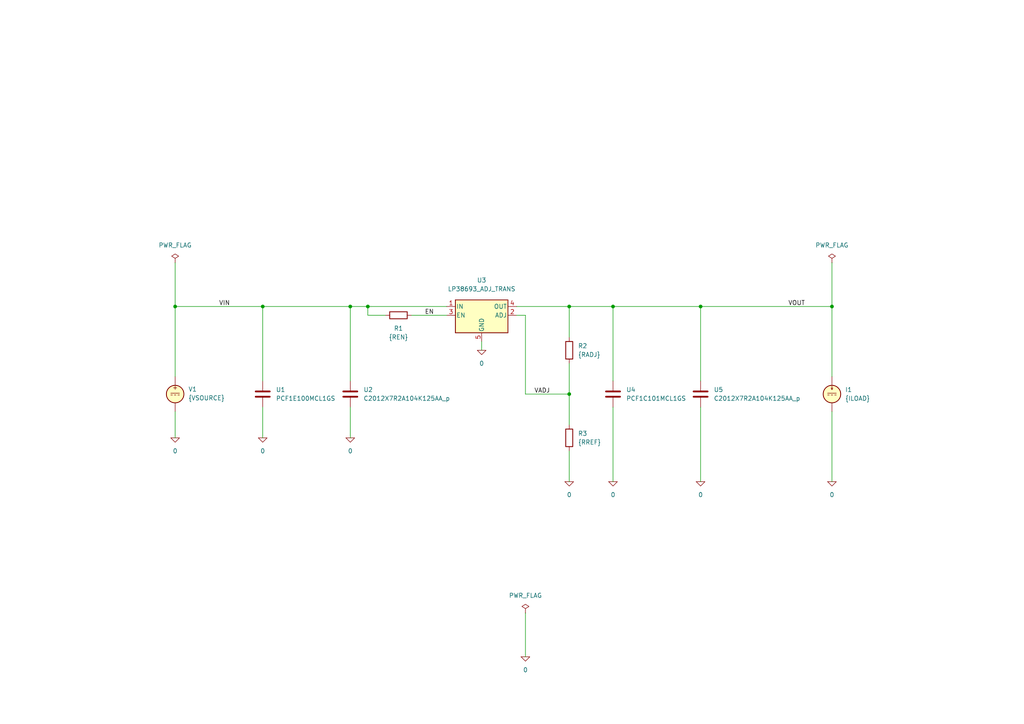
<source format=kicad_sch>
(kicad_sch
	(version 20231120)
	(generator "eeschema")
	(generator_version "8.0")
	(uuid "da42b492-4690-466f-bfe3-a6088d892c6d")
	(paper "A4")
	(title_block
		(title "500mA, 10V, adjustable LDO voltage regulator with enable")
		(date "2024-09-11")
		(rev "2")
		(company "astroelectronic@")
		(comment 1 "-")
		(comment 2 "-")
		(comment 3 "-")
		(comment 4 "AE01005693")
	)
	(lib_symbols
		(symbol "LP38693:0"
			(power)
			(pin_names
				(offset 0)
			)
			(exclude_from_sim no)
			(in_bom yes)
			(on_board yes)
			(property "Reference" "#GND"
				(at 0 -2.54 0)
				(effects
					(font
						(size 1.27 1.27)
					)
					(hide yes)
				)
			)
			(property "Value" "0"
				(at 0 -1.778 0)
				(effects
					(font
						(size 1.27 1.27)
					)
				)
			)
			(property "Footprint" ""
				(at 0 0 0)
				(effects
					(font
						(size 1.27 1.27)
					)
					(hide yes)
				)
			)
			(property "Datasheet" "~"
				(at 0 0 0)
				(effects
					(font
						(size 1.27 1.27)
					)
					(hide yes)
				)
			)
			(property "Description" "0V reference potential for simulation"
				(at 0 0 0)
				(effects
					(font
						(size 1.27 1.27)
					)
					(hide yes)
				)
			)
			(property "ki_keywords" "simulation"
				(at 0 0 0)
				(effects
					(font
						(size 1.27 1.27)
					)
					(hide yes)
				)
			)
			(symbol "0_0_1"
				(polyline
					(pts
						(xy -1.27 0) (xy 0 -1.27) (xy 1.27 0) (xy -1.27 0)
					)
					(stroke
						(width 0)
						(type default)
					)
					(fill
						(type none)
					)
				)
			)
			(symbol "0_1_1"
				(pin power_in line
					(at 0 0 0)
					(length 0) hide
					(name "0"
						(effects
							(font
								(size 1.016 1.016)
							)
						)
					)
					(number "1"
						(effects
							(font
								(size 1.016 1.016)
							)
						)
					)
				)
			)
		)
		(symbol "LP38693:C"
			(pin_numbers hide)
			(pin_names
				(offset 0.254)
			)
			(exclude_from_sim no)
			(in_bom yes)
			(on_board yes)
			(property "Reference" "C"
				(at 0.635 2.54 0)
				(effects
					(font
						(size 1.27 1.27)
					)
					(justify left)
				)
			)
			(property "Value" "C"
				(at 0.635 -2.54 0)
				(effects
					(font
						(size 1.27 1.27)
					)
					(justify left)
				)
			)
			(property "Footprint" ""
				(at 0.9652 -3.81 0)
				(effects
					(font
						(size 1.27 1.27)
					)
					(hide yes)
				)
			)
			(property "Datasheet" "~"
				(at 0 0 0)
				(effects
					(font
						(size 1.27 1.27)
					)
					(hide yes)
				)
			)
			(property "Description" "Unpolarized capacitor"
				(at 0 0 0)
				(effects
					(font
						(size 1.27 1.27)
					)
					(hide yes)
				)
			)
			(property "ki_keywords" "cap capacitor"
				(at 0 0 0)
				(effects
					(font
						(size 1.27 1.27)
					)
					(hide yes)
				)
			)
			(property "ki_fp_filters" "C_*"
				(at 0 0 0)
				(effects
					(font
						(size 1.27 1.27)
					)
					(hide yes)
				)
			)
			(symbol "C_0_1"
				(polyline
					(pts
						(xy -2.032 -0.762) (xy 2.032 -0.762)
					)
					(stroke
						(width 0.508)
						(type default)
					)
					(fill
						(type none)
					)
				)
				(polyline
					(pts
						(xy -2.032 0.762) (xy 2.032 0.762)
					)
					(stroke
						(width 0.508)
						(type default)
					)
					(fill
						(type none)
					)
				)
			)
			(symbol "C_1_1"
				(pin passive line
					(at 0 3.81 270)
					(length 2.794)
					(name "~"
						(effects
							(font
								(size 1.27 1.27)
							)
						)
					)
					(number "1"
						(effects
							(font
								(size 1.27 1.27)
							)
						)
					)
				)
				(pin passive line
					(at 0 -3.81 90)
					(length 2.794)
					(name "~"
						(effects
							(font
								(size 1.27 1.27)
							)
						)
					)
					(number "2"
						(effects
							(font
								(size 1.27 1.27)
							)
						)
					)
				)
			)
		)
		(symbol "LP38693:IDC"
			(pin_numbers hide)
			(pin_names
				(offset 0.0254)
			)
			(exclude_from_sim no)
			(in_bom yes)
			(on_board yes)
			(property "Reference" "I"
				(at 2.54 2.54 0)
				(effects
					(font
						(size 1.27 1.27)
					)
					(justify left)
				)
			)
			(property "Value" "1"
				(at 2.54 0 0)
				(effects
					(font
						(size 1.27 1.27)
					)
					(justify left)
				)
			)
			(property "Footprint" ""
				(at 0 0 0)
				(effects
					(font
						(size 1.27 1.27)
					)
					(hide yes)
				)
			)
			(property "Datasheet" "~"
				(at 0 0 0)
				(effects
					(font
						(size 1.27 1.27)
					)
					(hide yes)
				)
			)
			(property "Description" "Current source, DC"
				(at 0 0 0)
				(effects
					(font
						(size 1.27 1.27)
					)
					(hide yes)
				)
			)
			(property "Sim.Pins" "1=+ 2=-"
				(at 0 0 0)
				(effects
					(font
						(size 1.27 1.27)
					)
					(hide yes)
				)
			)
			(property "Sim.Type" "DC"
				(at 0 0 0)
				(effects
					(font
						(size 1.27 1.27)
					)
					(hide yes)
				)
			)
			(property "Sim.Device" "I"
				(at 0 0 0)
				(effects
					(font
						(size 1.27 1.27)
					)
					(justify left)
					(hide yes)
				)
			)
			(property "Spice_Netlist_Enabled" "Y"
				(at 0 0 0)
				(effects
					(font
						(size 1.27 1.27)
					)
					(justify left)
					(hide yes)
				)
			)
			(property "ki_keywords" "simulation"
				(at 0 0 0)
				(effects
					(font
						(size 1.27 1.27)
					)
					(hide yes)
				)
			)
			(symbol "IDC_0_0"
				(polyline
					(pts
						(xy -1.27 0.254) (xy 1.27 0.254)
					)
					(stroke
						(width 0)
						(type default)
					)
					(fill
						(type none)
					)
				)
				(polyline
					(pts
						(xy -0.762 -0.254) (xy -1.27 -0.254)
					)
					(stroke
						(width 0)
						(type default)
					)
					(fill
						(type none)
					)
				)
				(polyline
					(pts
						(xy 0.254 -0.254) (xy -0.254 -0.254)
					)
					(stroke
						(width 0)
						(type default)
					)
					(fill
						(type none)
					)
				)
				(polyline
					(pts
						(xy 1.27 -0.254) (xy 0.762 -0.254)
					)
					(stroke
						(width 0)
						(type default)
					)
					(fill
						(type none)
					)
				)
			)
			(symbol "IDC_0_1"
				(polyline
					(pts
						(xy 0 1.27) (xy 0 2.286)
					)
					(stroke
						(width 0)
						(type default)
					)
					(fill
						(type none)
					)
				)
				(polyline
					(pts
						(xy -0.254 1.778) (xy 0 1.27) (xy 0.254 1.778)
					)
					(stroke
						(width 0)
						(type default)
					)
					(fill
						(type none)
					)
				)
				(circle
					(center 0 0)
					(radius 2.54)
					(stroke
						(width 0.254)
						(type default)
					)
					(fill
						(type background)
					)
				)
			)
			(symbol "IDC_1_1"
				(pin passive line
					(at 0 5.08 270)
					(length 2.54)
					(name "~"
						(effects
							(font
								(size 1.27 1.27)
							)
						)
					)
					(number "1"
						(effects
							(font
								(size 1.27 1.27)
							)
						)
					)
				)
				(pin passive line
					(at 0 -5.08 90)
					(length 2.54)
					(name "~"
						(effects
							(font
								(size 1.27 1.27)
							)
						)
					)
					(number "2"
						(effects
							(font
								(size 1.27 1.27)
							)
						)
					)
				)
			)
		)
		(symbol "LP38693:LP38693"
			(pin_names
				(offset 0.254)
			)
			(exclude_from_sim no)
			(in_bom yes)
			(on_board yes)
			(property "Reference" "U"
				(at -6.35 5.715 0)
				(effects
					(font
						(size 1.27 1.27)
					)
				)
			)
			(property "Value" "LP38693"
				(at 0 5.715 0)
				(effects
					(font
						(size 1.27 1.27)
					)
					(justify left)
				)
			)
			(property "Footprint" ""
				(at 0 0 0)
				(effects
					(font
						(size 1.27 1.27)
					)
					(hide yes)
				)
			)
			(property "Datasheet" "https://www.ti.com/lit/ds/symlink/lp38693.pdf"
				(at 0 0 0)
				(effects
					(font
						(size 1.27 1.27)
					)
					(hide yes)
				)
			)
			(property "Description" "500-mA Low-Dropout CMOS Linear Regulators Stable With Ceramic Output Capacitors, 1.8V output voltage, Enable Pin, WSON-6. Simulation model."
				(at 0 0 0)
				(effects
					(font
						(size 1.27 1.27)
					)
					(hide yes)
				)
			)
			(property "ki_keywords" "LDO Linear Regulator"
				(at 0 0 0)
				(effects
					(font
						(size 1.27 1.27)
					)
					(hide yes)
				)
			)
			(property "ki_fp_filters" "WSON*1EP*3x3mm*P0.95mm*"
				(at 0 0 0)
				(effects
					(font
						(size 1.27 1.27)
					)
					(hide yes)
				)
			)
			(symbol "LP38693_0_1"
				(rectangle
					(start -7.62 -5.08)
					(end 7.62 4.445)
					(stroke
						(width 0.254)
						(type default)
					)
					(fill
						(type background)
					)
				)
			)
			(symbol "LP38693_1_1"
				(pin passive line
					(at -10.16 2.54 0)
					(length 2.54)
					(name "IN"
						(effects
							(font
								(size 1.27 1.27)
							)
						)
					)
					(number "1"
						(effects
							(font
								(size 1.27 1.27)
							)
						)
					)
				)
				(pin passive line
					(at 10.16 0 180)
					(length 2.54)
					(name "ADJ"
						(effects
							(font
								(size 1.27 1.27)
							)
						)
					)
					(number "2"
						(effects
							(font
								(size 1.27 1.27)
							)
						)
					)
				)
				(pin passive line
					(at -10.16 0 0)
					(length 2.54)
					(name "EN"
						(effects
							(font
								(size 1.27 1.27)
							)
						)
					)
					(number "3"
						(effects
							(font
								(size 1.27 1.27)
							)
						)
					)
				)
				(pin passive line
					(at 10.16 2.54 180)
					(length 2.54)
					(name "OUT"
						(effects
							(font
								(size 1.27 1.27)
							)
						)
					)
					(number "4"
						(effects
							(font
								(size 1.27 1.27)
							)
						)
					)
				)
				(pin passive line
					(at 0 -7.62 90)
					(length 2.54)
					(name "GND"
						(effects
							(font
								(size 1.27 1.27)
							)
						)
					)
					(number "5"
						(effects
							(font
								(size 1.27 1.27)
							)
						)
					)
				)
			)
		)
		(symbol "LP38693:PWR_FLAG"
			(power)
			(pin_numbers hide)
			(pin_names
				(offset 0) hide)
			(exclude_from_sim no)
			(in_bom yes)
			(on_board yes)
			(property "Reference" "#FLG"
				(at 0 1.905 0)
				(effects
					(font
						(size 1.27 1.27)
					)
					(hide yes)
				)
			)
			(property "Value" "PWR_FLAG"
				(at 0 3.81 0)
				(effects
					(font
						(size 1.27 1.27)
					)
				)
			)
			(property "Footprint" ""
				(at 0 0 0)
				(effects
					(font
						(size 1.27 1.27)
					)
					(hide yes)
				)
			)
			(property "Datasheet" "~"
				(at 0 0 0)
				(effects
					(font
						(size 1.27 1.27)
					)
					(hide yes)
				)
			)
			(property "Description" "Special symbol for telling ERC where power comes from"
				(at 0 0 0)
				(effects
					(font
						(size 1.27 1.27)
					)
					(hide yes)
				)
			)
			(property "ki_keywords" "flag power"
				(at 0 0 0)
				(effects
					(font
						(size 1.27 1.27)
					)
					(hide yes)
				)
			)
			(symbol "PWR_FLAG_0_0"
				(pin power_out line
					(at 0 0 90)
					(length 0)
					(name "pwr"
						(effects
							(font
								(size 1.27 1.27)
							)
						)
					)
					(number "1"
						(effects
							(font
								(size 1.27 1.27)
							)
						)
					)
				)
			)
			(symbol "PWR_FLAG_0_1"
				(polyline
					(pts
						(xy 0 0) (xy 0 1.27) (xy -1.016 1.905) (xy 0 2.54) (xy 1.016 1.905) (xy 0 1.27)
					)
					(stroke
						(width 0)
						(type default)
					)
					(fill
						(type none)
					)
				)
			)
		)
		(symbol "LP38693:R"
			(pin_numbers hide)
			(pin_names
				(offset 0)
			)
			(exclude_from_sim no)
			(in_bom yes)
			(on_board yes)
			(property "Reference" "R"
				(at 2.032 0 90)
				(effects
					(font
						(size 1.27 1.27)
					)
				)
			)
			(property "Value" "R"
				(at 0 0 90)
				(effects
					(font
						(size 1.27 1.27)
					)
				)
			)
			(property "Footprint" ""
				(at -1.778 0 90)
				(effects
					(font
						(size 1.27 1.27)
					)
					(hide yes)
				)
			)
			(property "Datasheet" "~"
				(at 0 0 0)
				(effects
					(font
						(size 1.27 1.27)
					)
					(hide yes)
				)
			)
			(property "Description" "Resistor"
				(at 0 0 0)
				(effects
					(font
						(size 1.27 1.27)
					)
					(hide yes)
				)
			)
			(property "ki_keywords" "R res resistor"
				(at 0 0 0)
				(effects
					(font
						(size 1.27 1.27)
					)
					(hide yes)
				)
			)
			(property "ki_fp_filters" "R_*"
				(at 0 0 0)
				(effects
					(font
						(size 1.27 1.27)
					)
					(hide yes)
				)
			)
			(symbol "R_0_1"
				(rectangle
					(start -1.016 -2.54)
					(end 1.016 2.54)
					(stroke
						(width 0.254)
						(type default)
					)
					(fill
						(type none)
					)
				)
			)
			(symbol "R_1_1"
				(pin passive line
					(at 0 3.81 270)
					(length 1.27)
					(name "~"
						(effects
							(font
								(size 1.27 1.27)
							)
						)
					)
					(number "1"
						(effects
							(font
								(size 1.27 1.27)
							)
						)
					)
				)
				(pin passive line
					(at 0 -3.81 90)
					(length 1.27)
					(name "~"
						(effects
							(font
								(size 1.27 1.27)
							)
						)
					)
					(number "2"
						(effects
							(font
								(size 1.27 1.27)
							)
						)
					)
				)
			)
		)
		(symbol "LP38693:VDC"
			(pin_numbers hide)
			(pin_names
				(offset 0.0254)
			)
			(exclude_from_sim no)
			(in_bom yes)
			(on_board yes)
			(property "Reference" "V"
				(at 2.54 2.54 0)
				(effects
					(font
						(size 1.27 1.27)
					)
					(justify left)
				)
			)
			(property "Value" "1"
				(at 2.54 0 0)
				(effects
					(font
						(size 1.27 1.27)
					)
					(justify left)
				)
			)
			(property "Footprint" ""
				(at 0 0 0)
				(effects
					(font
						(size 1.27 1.27)
					)
					(hide yes)
				)
			)
			(property "Datasheet" "~"
				(at 0 0 0)
				(effects
					(font
						(size 1.27 1.27)
					)
					(hide yes)
				)
			)
			(property "Description" "Voltage source, DC"
				(at 0 0 0)
				(effects
					(font
						(size 1.27 1.27)
					)
					(hide yes)
				)
			)
			(property "Sim.Pins" "1=+ 2=-"
				(at 0 0 0)
				(effects
					(font
						(size 1.27 1.27)
					)
					(hide yes)
				)
			)
			(property "Sim.Type" "DC"
				(at 0 0 0)
				(effects
					(font
						(size 1.27 1.27)
					)
					(hide yes)
				)
			)
			(property "Sim.Device" "V"
				(at 0 0 0)
				(effects
					(font
						(size 1.27 1.27)
					)
					(justify left)
					(hide yes)
				)
			)
			(property "Spice_Netlist_Enabled" "Y"
				(at 0 0 0)
				(effects
					(font
						(size 1.27 1.27)
					)
					(justify left)
					(hide yes)
				)
			)
			(property "ki_keywords" "simulation"
				(at 0 0 0)
				(effects
					(font
						(size 1.27 1.27)
					)
					(hide yes)
				)
			)
			(symbol "VDC_0_0"
				(polyline
					(pts
						(xy -1.27 0.254) (xy 1.27 0.254)
					)
					(stroke
						(width 0)
						(type default)
					)
					(fill
						(type none)
					)
				)
				(polyline
					(pts
						(xy -0.762 -0.254) (xy -1.27 -0.254)
					)
					(stroke
						(width 0)
						(type default)
					)
					(fill
						(type none)
					)
				)
				(polyline
					(pts
						(xy 0.254 -0.254) (xy -0.254 -0.254)
					)
					(stroke
						(width 0)
						(type default)
					)
					(fill
						(type none)
					)
				)
				(polyline
					(pts
						(xy 1.27 -0.254) (xy 0.762 -0.254)
					)
					(stroke
						(width 0)
						(type default)
					)
					(fill
						(type none)
					)
				)
				(text "+"
					(at 0 1.905 0)
					(effects
						(font
							(size 1.27 1.27)
						)
					)
				)
			)
			(symbol "VDC_0_1"
				(circle
					(center 0 0)
					(radius 2.54)
					(stroke
						(width 0.254)
						(type default)
					)
					(fill
						(type background)
					)
				)
			)
			(symbol "VDC_1_1"
				(pin passive line
					(at 0 5.08 270)
					(length 2.54)
					(name "~"
						(effects
							(font
								(size 1.27 1.27)
							)
						)
					)
					(number "1"
						(effects
							(font
								(size 1.27 1.27)
							)
						)
					)
				)
				(pin passive line
					(at 0 -5.08 90)
					(length 2.54)
					(name "~"
						(effects
							(font
								(size 1.27 1.27)
							)
						)
					)
					(number "2"
						(effects
							(font
								(size 1.27 1.27)
							)
						)
					)
				)
			)
		)
	)
	(junction
		(at 203.2 88.9)
		(diameter 0)
		(color 0 0 0 0)
		(uuid "0b3b8c31-1841-471f-b8a3-b7a626731ffd")
	)
	(junction
		(at 50.8 88.9)
		(diameter 0)
		(color 0 0 0 0)
		(uuid "282a033e-09ac-45c6-914d-153e910919cf")
	)
	(junction
		(at 101.6 88.9)
		(diameter 0)
		(color 0 0 0 0)
		(uuid "406540f6-bdfc-4998-a8b5-08428b9a1e6a")
	)
	(junction
		(at 241.3 88.9)
		(diameter 0)
		(color 0 0 0 0)
		(uuid "78e4e5e3-7b6b-4e8e-ac20-8444ca54bd65")
	)
	(junction
		(at 177.8 88.9)
		(diameter 0)
		(color 0 0 0 0)
		(uuid "af707944-e9ef-4a90-954c-86a57a1f1cbc")
	)
	(junction
		(at 165.1 88.9)
		(diameter 0)
		(color 0 0 0 0)
		(uuid "b37dcc15-b6cd-40c7-9d67-044f39728090")
	)
	(junction
		(at 165.1 114.3)
		(diameter 0)
		(color 0 0 0 0)
		(uuid "e86bb2bf-92ed-406c-bbaf-81a17ed68e0c")
	)
	(junction
		(at 106.68 88.9)
		(diameter 0)
		(color 0 0 0 0)
		(uuid "f0999262-33c8-4d06-8e5f-fda75b69b30c")
	)
	(junction
		(at 76.2 88.9)
		(diameter 0)
		(color 0 0 0 0)
		(uuid "ffc51ed8-e1db-497b-85a2-73d63f14b7a6")
	)
	(wire
		(pts
			(xy 177.8 88.9) (xy 177.8 110.49)
		)
		(stroke
			(width 0)
			(type default)
		)
		(uuid "097fea58-7ee5-40f0-99f0-3f547147ae8f")
	)
	(wire
		(pts
			(xy 165.1 88.9) (xy 165.1 97.79)
		)
		(stroke
			(width 0)
			(type default)
		)
		(uuid "09823c3d-14d4-4384-bc6d-852769700aed")
	)
	(wire
		(pts
			(xy 241.3 76.2) (xy 241.3 88.9)
		)
		(stroke
			(width 0)
			(type default)
		)
		(uuid "16eaeea8-0f97-474a-8d0a-da43e59c611c")
	)
	(wire
		(pts
			(xy 165.1 114.3) (xy 165.1 123.19)
		)
		(stroke
			(width 0)
			(type default)
		)
		(uuid "175a0ba2-af99-42b3-9498-01ea36dc6929")
	)
	(wire
		(pts
			(xy 177.8 118.11) (xy 177.8 139.7)
		)
		(stroke
			(width 0)
			(type default)
		)
		(uuid "18a2f624-af16-4908-a2e7-46e75ffd9a7d")
	)
	(wire
		(pts
			(xy 165.1 105.41) (xy 165.1 114.3)
		)
		(stroke
			(width 0)
			(type default)
		)
		(uuid "21e16e41-8a9b-4a8c-8ad3-f889a95d6a74")
	)
	(wire
		(pts
			(xy 165.1 88.9) (xy 149.86 88.9)
		)
		(stroke
			(width 0)
			(type default)
		)
		(uuid "2bf3775f-ed46-427b-a14a-a0146e548123")
	)
	(wire
		(pts
			(xy 101.6 118.11) (xy 101.6 127)
		)
		(stroke
			(width 0)
			(type default)
		)
		(uuid "2e61c673-3e78-4397-8e3e-375837929981")
	)
	(wire
		(pts
			(xy 203.2 88.9) (xy 203.2 110.49)
		)
		(stroke
			(width 0)
			(type default)
		)
		(uuid "3cb3b895-fec2-40a4-9635-75238521fc3a")
	)
	(wire
		(pts
			(xy 203.2 118.11) (xy 203.2 139.7)
		)
		(stroke
			(width 0)
			(type default)
		)
		(uuid "41306149-33c3-46cd-b911-e15d78e2c74b")
	)
	(wire
		(pts
			(xy 139.7 99.06) (xy 139.7 101.6)
		)
		(stroke
			(width 0)
			(type default)
		)
		(uuid "4b3c1a5f-9f95-4604-b652-15de4eea2b01")
	)
	(wire
		(pts
			(xy 149.86 91.44) (xy 152.4 91.44)
		)
		(stroke
			(width 0)
			(type default)
		)
		(uuid "4fd357df-d1a6-489b-95ae-5de999fe37b2")
	)
	(wire
		(pts
			(xy 76.2 88.9) (xy 76.2 110.49)
		)
		(stroke
			(width 0)
			(type default)
		)
		(uuid "4feee938-47e3-42ef-9d36-23b5e54dba72")
	)
	(wire
		(pts
			(xy 165.1 130.81) (xy 165.1 139.7)
		)
		(stroke
			(width 0)
			(type default)
		)
		(uuid "59cc0500-d79a-4dba-a735-594cbec01a60")
	)
	(wire
		(pts
			(xy 101.6 88.9) (xy 101.6 110.49)
		)
		(stroke
			(width 0)
			(type default)
		)
		(uuid "5f4135e5-a832-4e4c-8c00-bc5ab6ea6f38")
	)
	(wire
		(pts
			(xy 106.68 88.9) (xy 106.68 91.44)
		)
		(stroke
			(width 0)
			(type default)
		)
		(uuid "63f622f3-8fc8-4fa4-a5f7-d94eea52737f")
	)
	(wire
		(pts
			(xy 50.8 119.38) (xy 50.8 127)
		)
		(stroke
			(width 0)
			(type default)
		)
		(uuid "68aac2f5-bf54-4819-8af4-77d7eb037557")
	)
	(wire
		(pts
			(xy 241.3 119.38) (xy 241.3 139.7)
		)
		(stroke
			(width 0)
			(type default)
		)
		(uuid "68cf9117-c585-4b09-a746-68725330c92f")
	)
	(wire
		(pts
			(xy 101.6 88.9) (xy 106.68 88.9)
		)
		(stroke
			(width 0)
			(type default)
		)
		(uuid "7057cbcc-99fa-4361-aad3-64c2406b0593")
	)
	(wire
		(pts
			(xy 76.2 118.11) (xy 76.2 127)
		)
		(stroke
			(width 0)
			(type default)
		)
		(uuid "77774cab-9126-47f1-8594-74b4de29bce7")
	)
	(wire
		(pts
			(xy 106.68 91.44) (xy 111.76 91.44)
		)
		(stroke
			(width 0)
			(type default)
		)
		(uuid "7ed2ffb8-6893-49c8-b73d-8ade0ca7b171")
	)
	(wire
		(pts
			(xy 152.4 177.8) (xy 152.4 190.5)
		)
		(stroke
			(width 0)
			(type default)
		)
		(uuid "83359573-844c-4df1-ad07-ce6e82d1fd6c")
	)
	(wire
		(pts
			(xy 152.4 114.3) (xy 165.1 114.3)
		)
		(stroke
			(width 0)
			(type default)
		)
		(uuid "846d6e60-89bb-4a66-9bba-f7104be7ffda")
	)
	(wire
		(pts
			(xy 50.8 88.9) (xy 76.2 88.9)
		)
		(stroke
			(width 0)
			(type default)
		)
		(uuid "86cdaee7-0e60-490a-9792-6c1499a6767a")
	)
	(wire
		(pts
			(xy 203.2 88.9) (xy 241.3 88.9)
		)
		(stroke
			(width 0)
			(type default)
		)
		(uuid "87df25cd-661d-4288-8d65-886d8511ae3c")
	)
	(wire
		(pts
			(xy 165.1 88.9) (xy 177.8 88.9)
		)
		(stroke
			(width 0)
			(type default)
		)
		(uuid "9645d653-c98b-4c02-8c3e-ee0b7546b3f5")
	)
	(wire
		(pts
			(xy 129.54 88.9) (xy 106.68 88.9)
		)
		(stroke
			(width 0)
			(type default)
		)
		(uuid "98c3fb3b-278d-4f40-b3ec-6eb158ccf6c6")
	)
	(wire
		(pts
			(xy 50.8 76.2) (xy 50.8 88.9)
		)
		(stroke
			(width 0)
			(type default)
		)
		(uuid "db4be1c5-2563-46a5-ab6c-c852e3ff1876")
	)
	(wire
		(pts
			(xy 177.8 88.9) (xy 203.2 88.9)
		)
		(stroke
			(width 0)
			(type default)
		)
		(uuid "de93ed28-35be-4fff-9352-b2c43e502cac")
	)
	(wire
		(pts
			(xy 152.4 91.44) (xy 152.4 114.3)
		)
		(stroke
			(width 0)
			(type default)
		)
		(uuid "dea1c3b0-50a8-4413-bfc4-b5e4f2555da7")
	)
	(wire
		(pts
			(xy 50.8 88.9) (xy 50.8 109.22)
		)
		(stroke
			(width 0)
			(type default)
		)
		(uuid "df4481b8-7585-49d9-8a01-039e902231b6")
	)
	(wire
		(pts
			(xy 76.2 88.9) (xy 101.6 88.9)
		)
		(stroke
			(width 0)
			(type default)
		)
		(uuid "e4891401-33de-43ae-be75-df76126814d7")
	)
	(wire
		(pts
			(xy 241.3 88.9) (xy 241.3 109.22)
		)
		(stroke
			(width 0)
			(type default)
		)
		(uuid "e529e5dd-5ae0-4bac-ac1d-361ebd14dbf6")
	)
	(wire
		(pts
			(xy 119.38 91.44) (xy 129.54 91.44)
		)
		(stroke
			(width 0)
			(type default)
		)
		(uuid "f957a9d9-2d36-4ff9-9149-40ba67e2d815")
	)
	(label "VOUT"
		(at 228.6 88.9 0)
		(fields_autoplaced yes)
		(effects
			(font
				(size 1.27 1.27)
			)
			(justify left bottom)
		)
		(uuid "4e39b80d-2737-4cff-8af4-b4aca566b4db")
	)
	(label "EN"
		(at 123.19 91.44 0)
		(fields_autoplaced yes)
		(effects
			(font
				(size 1.27 1.27)
			)
			(justify left bottom)
		)
		(uuid "bd88bff4-2d2c-450c-b48a-df38f7350123")
	)
	(label "VIN"
		(at 63.5 88.9 0)
		(fields_autoplaced yes)
		(effects
			(font
				(size 1.27 1.27)
			)
			(justify left bottom)
		)
		(uuid "e8094e7a-003b-4119-98c2-42d949a725bc")
	)
	(label "VADJ"
		(at 154.94 114.3 0)
		(fields_autoplaced yes)
		(effects
			(font
				(size 1.27 1.27)
			)
			(justify left bottom)
		)
		(uuid "fd8ed2d7-f9b8-4c9a-92a9-1699e8b93b08")
	)
	(symbol
		(lib_id "LP38693:C")
		(at 101.6 114.3 0)
		(unit 1)
		(exclude_from_sim no)
		(in_bom yes)
		(on_board yes)
		(dnp no)
		(fields_autoplaced yes)
		(uuid "038442cc-f728-4776-91da-b88c8fbd0650")
		(property "Reference" "U2"
			(at 105.41 113.0299 0)
			(effects
				(font
					(size 1.27 1.27)
				)
				(justify left)
			)
		)
		(property "Value" "C2012X7R2A104K125AA_p"
			(at 105.41 115.5699 0)
			(effects
				(font
					(size 1.27 1.27)
				)
				(justify left)
			)
		)
		(property "Footprint" ""
			(at 102.5652 118.11 0)
			(effects
				(font
					(size 1.27 1.27)
				)
				(hide yes)
			)
		)
		(property "Datasheet" "~"
			(at 101.6 114.3 0)
			(effects
				(font
					(size 1.27 1.27)
				)
				(hide yes)
			)
		)
		(property "Description" ""
			(at 101.6 114.3 0)
			(effects
				(font
					(size 1.27 1.27)
				)
				(hide yes)
			)
		)
		(property "Sim.Device" "SUBCKT"
			(at 101.6 114.3 0)
			(effects
				(font
					(size 1.27 1.27)
				)
				(hide yes)
			)
		)
		(property "Sim.Pins" "1=n1 2=n2"
			(at 0 0 0)
			(effects
				(font
					(size 1.27 1.27)
				)
				(hide yes)
			)
		)
		(property "Sim.Library" "_models\\C2012X7R2A104K125AA_p.mod"
			(at 101.6 114.3 0)
			(effects
				(font
					(size 1.27 1.27)
				)
				(hide yes)
			)
		)
		(property "Sim.Name" "C2012X7R2A104K125AA_p"
			(at 101.6 114.3 0)
			(effects
				(font
					(size 1.27 1.27)
				)
				(hide yes)
			)
		)
		(pin "1"
			(uuid "9690e4f0-39a4-4f38-ba18-07be09251236")
		)
		(pin "2"
			(uuid "bd46bbaf-81c6-4938-9410-50ee6d42d4c8")
		)
		(instances
			(project ""
				(path "/da42b492-4690-466f-bfe3-a6088d892c6d"
					(reference "U2")
					(unit 1)
				)
			)
		)
	)
	(symbol
		(lib_id "LP38693:C")
		(at 203.2 114.3 0)
		(unit 1)
		(exclude_from_sim no)
		(in_bom yes)
		(on_board yes)
		(dnp no)
		(fields_autoplaced yes)
		(uuid "09166a3a-e6b1-4124-b138-648631fa23cb")
		(property "Reference" "U5"
			(at 207.01 113.0299 0)
			(effects
				(font
					(size 1.27 1.27)
				)
				(justify left)
			)
		)
		(property "Value" "C2012X7R2A104K125AA_p"
			(at 207.01 115.5699 0)
			(effects
				(font
					(size 1.27 1.27)
				)
				(justify left)
			)
		)
		(property "Footprint" ""
			(at 204.1652 118.11 0)
			(effects
				(font
					(size 1.27 1.27)
				)
				(hide yes)
			)
		)
		(property "Datasheet" "~"
			(at 203.2 114.3 0)
			(effects
				(font
					(size 1.27 1.27)
				)
				(hide yes)
			)
		)
		(property "Description" ""
			(at 203.2 114.3 0)
			(effects
				(font
					(size 1.27 1.27)
				)
				(hide yes)
			)
		)
		(property "Sim.Device" "SUBCKT"
			(at 203.2 114.3 0)
			(effects
				(font
					(size 1.27 1.27)
				)
				(hide yes)
			)
		)
		(property "Sim.Pins" "1=n1 2=n2"
			(at 0 0 0)
			(effects
				(font
					(size 1.27 1.27)
				)
				(hide yes)
			)
		)
		(property "Sim.Library" "_models\\C2012X7R2A104K125AA_p.mod"
			(at 203.2 114.3 0)
			(effects
				(font
					(size 1.27 1.27)
				)
				(hide yes)
			)
		)
		(property "Sim.Name" "C2012X7R2A104K125AA_p"
			(at 203.2 114.3 0)
			(effects
				(font
					(size 1.27 1.27)
				)
				(hide yes)
			)
		)
		(pin "1"
			(uuid "b5f2675a-1ab0-4a80-8715-232dc27c95bf")
		)
		(pin "2"
			(uuid "5773ec96-8f38-4f0d-954d-b14704916163")
		)
		(instances
			(project ""
				(path "/da42b492-4690-466f-bfe3-a6088d892c6d"
					(reference "U5")
					(unit 1)
				)
			)
		)
	)
	(symbol
		(lib_id "LP38693:R")
		(at 115.57 91.44 90)
		(unit 1)
		(exclude_from_sim no)
		(in_bom yes)
		(on_board yes)
		(dnp no)
		(fields_autoplaced yes)
		(uuid "2a1d3383-0338-4ae3-ae90-e227c430225d")
		(property "Reference" "R1"
			(at 115.57 95.25 90)
			(effects
				(font
					(size 1.27 1.27)
				)
			)
		)
		(property "Value" "{REN}"
			(at 115.57 97.79 90)
			(effects
				(font
					(size 1.27 1.27)
				)
			)
		)
		(property "Footprint" ""
			(at 115.57 93.218 90)
			(effects
				(font
					(size 1.27 1.27)
				)
				(hide yes)
			)
		)
		(property "Datasheet" "~"
			(at 115.57 91.44 0)
			(effects
				(font
					(size 1.27 1.27)
				)
				(hide yes)
			)
		)
		(property "Description" ""
			(at 115.57 91.44 0)
			(effects
				(font
					(size 1.27 1.27)
				)
				(hide yes)
			)
		)
		(pin "1"
			(uuid "10cd75da-21ba-47e0-a27d-ae3d88ed7ab7")
		)
		(pin "2"
			(uuid "c4fc352d-3900-4883-ae1a-26c1cd15bc1d")
		)
		(instances
			(project ""
				(path "/da42b492-4690-466f-bfe3-a6088d892c6d"
					(reference "R1")
					(unit 1)
				)
			)
		)
	)
	(symbol
		(lib_name "LP38693:IDC")
		(lib_id "LP38693:IDC")
		(at 241.3 114.3 0)
		(unit 1)
		(exclude_from_sim no)
		(in_bom yes)
		(on_board yes)
		(dnp no)
		(fields_autoplaced yes)
		(uuid "32efadec-0538-4ba5-85ec-dac88254f167")
		(property "Reference" "I1"
			(at 245.11 113.0299 0)
			(effects
				(font
					(size 1.27 1.27)
				)
				(justify left)
			)
		)
		(property "Value" "{ILOAD}"
			(at 245.11 115.5699 0)
			(effects
				(font
					(size 1.27 1.27)
				)
				(justify left)
			)
		)
		(property "Footprint" ""
			(at 241.3 114.3 0)
			(effects
				(font
					(size 1.27 1.27)
				)
				(hide yes)
			)
		)
		(property "Datasheet" "~"
			(at 241.3 114.3 0)
			(effects
				(font
					(size 1.27 1.27)
				)
				(hide yes)
			)
		)
		(property "Description" ""
			(at 241.3 114.3 0)
			(effects
				(font
					(size 1.27 1.27)
				)
				(hide yes)
			)
		)
		(property "Sim.Device" "SPICE"
			(at 241.3 114.3 0)
			(effects
				(font
					(size 1.27 1.27)
				)
				(justify left)
				(hide yes)
			)
		)
		(property "Sim.Params" "type=\"I\" model=\"{ILOAD}\" lib=\"\""
			(at 0 0 0)
			(effects
				(font
					(size 1.27 1.27)
				)
				(hide yes)
			)
		)
		(property "Sim.Pins" "1=1 2=2"
			(at 0 0 0)
			(effects
				(font
					(size 1.27 1.27)
				)
				(hide yes)
			)
		)
		(pin "1"
			(uuid "def0e689-5f0d-44b7-b945-91beb6ba63b3")
		)
		(pin "2"
			(uuid "9295bb4c-38bf-4578-9e1b-7562cc5ea63d")
		)
		(instances
			(project ""
				(path "/da42b492-4690-466f-bfe3-a6088d892c6d"
					(reference "I1")
					(unit 1)
				)
			)
		)
	)
	(symbol
		(lib_id "LP38693:0")
		(at 165.1 139.7 0)
		(unit 1)
		(exclude_from_sim no)
		(in_bom yes)
		(on_board yes)
		(dnp no)
		(fields_autoplaced yes)
		(uuid "3babdee4-52ce-4ccb-b7da-0bbdd6156229")
		(property "Reference" "#GND06"
			(at 165.1 142.24 0)
			(effects
				(font
					(size 1.27 1.27)
				)
				(hide yes)
			)
		)
		(property "Value" "0"
			(at 165.1 143.51 0)
			(effects
				(font
					(size 1.27 1.27)
				)
			)
		)
		(property "Footprint" ""
			(at 165.1 139.7 0)
			(effects
				(font
					(size 1.27 1.27)
				)
				(hide yes)
			)
		)
		(property "Datasheet" "~"
			(at 165.1 139.7 0)
			(effects
				(font
					(size 1.27 1.27)
				)
				(hide yes)
			)
		)
		(property "Description" ""
			(at 165.1 139.7 0)
			(effects
				(font
					(size 1.27 1.27)
				)
				(hide yes)
			)
		)
		(pin "1"
			(uuid "fb30cd22-eee5-4767-a70f-547d85fa6109")
		)
		(instances
			(project ""
				(path "/da42b492-4690-466f-bfe3-a6088d892c6d"
					(reference "#GND06")
					(unit 1)
				)
			)
		)
	)
	(symbol
		(lib_id "LP38693:C")
		(at 177.8 114.3 0)
		(unit 1)
		(exclude_from_sim no)
		(in_bom yes)
		(on_board yes)
		(dnp no)
		(fields_autoplaced yes)
		(uuid "3c4580bb-2426-4931-9158-b702b171d0f0")
		(property "Reference" "U4"
			(at 181.61 113.0299 0)
			(effects
				(font
					(size 1.27 1.27)
				)
				(justify left)
			)
		)
		(property "Value" "PCF1C101MCL1GS"
			(at 181.61 115.5699 0)
			(effects
				(font
					(size 1.27 1.27)
				)
				(justify left)
			)
		)
		(property "Footprint" ""
			(at 178.7652 118.11 0)
			(effects
				(font
					(size 1.27 1.27)
				)
				(hide yes)
			)
		)
		(property "Datasheet" "~"
			(at 177.8 114.3 0)
			(effects
				(font
					(size 1.27 1.27)
				)
				(hide yes)
			)
		)
		(property "Description" ""
			(at 177.8 114.3 0)
			(effects
				(font
					(size 1.27 1.27)
				)
				(hide yes)
			)
		)
		(property "Sim.Device" "SUBCKT"
			(at 177.8 114.3 0)
			(effects
				(font
					(size 1.27 1.27)
				)
				(hide yes)
			)
		)
		(property "Sim.Pins" "1=1 2=2"
			(at 0 0 0)
			(effects
				(font
					(size 1.27 1.27)
				)
				(hide yes)
			)
		)
		(property "Sim.Library" "_models\\PCF1C101MCL1GS_v100.lib"
			(at 177.8 114.3 0)
			(effects
				(font
					(size 1.27 1.27)
				)
				(hide yes)
			)
		)
		(property "Sim.Name" "PCF1C101MCL1GS"
			(at 177.8 114.3 0)
			(effects
				(font
					(size 1.27 1.27)
				)
				(hide yes)
			)
		)
		(pin "1"
			(uuid "ffa103de-d940-4cf3-b654-28ccccb2034d")
		)
		(pin "2"
			(uuid "69c0a4ec-b549-480a-bcec-fb0de7fcca4f")
		)
		(instances
			(project ""
				(path "/da42b492-4690-466f-bfe3-a6088d892c6d"
					(reference "U4")
					(unit 1)
				)
			)
		)
	)
	(symbol
		(lib_id "LP38693:0")
		(at 101.6 127 0)
		(unit 1)
		(exclude_from_sim no)
		(in_bom yes)
		(on_board yes)
		(dnp no)
		(fields_autoplaced yes)
		(uuid "3c52e9ab-f7db-499a-9dcf-71c56f29805f")
		(property "Reference" "#GND03"
			(at 101.6 129.54 0)
			(effects
				(font
					(size 1.27 1.27)
				)
				(hide yes)
			)
		)
		(property "Value" "0"
			(at 101.6 130.81 0)
			(effects
				(font
					(size 1.27 1.27)
				)
			)
		)
		(property "Footprint" ""
			(at 101.6 127 0)
			(effects
				(font
					(size 1.27 1.27)
				)
				(hide yes)
			)
		)
		(property "Datasheet" "~"
			(at 101.6 127 0)
			(effects
				(font
					(size 1.27 1.27)
				)
				(hide yes)
			)
		)
		(property "Description" ""
			(at 101.6 127 0)
			(effects
				(font
					(size 1.27 1.27)
				)
				(hide yes)
			)
		)
		(pin "1"
			(uuid "1d81fc46-9ded-444d-bf2b-230afb745b51")
		)
		(instances
			(project ""
				(path "/da42b492-4690-466f-bfe3-a6088d892c6d"
					(reference "#GND03")
					(unit 1)
				)
			)
		)
	)
	(symbol
		(lib_id "LP38693:0")
		(at 152.4 190.5 0)
		(unit 1)
		(exclude_from_sim no)
		(in_bom yes)
		(on_board yes)
		(dnp no)
		(fields_autoplaced yes)
		(uuid "408e4f48-8c6a-45b9-a9c5-cc10cb57ebb2")
		(property "Reference" "#GND05"
			(at 152.4 193.04 0)
			(effects
				(font
					(size 1.27 1.27)
				)
				(hide yes)
			)
		)
		(property "Value" "0"
			(at 152.4 194.31 0)
			(effects
				(font
					(size 1.27 1.27)
				)
			)
		)
		(property "Footprint" ""
			(at 152.4 190.5 0)
			(effects
				(font
					(size 1.27 1.27)
				)
				(hide yes)
			)
		)
		(property "Datasheet" "~"
			(at 152.4 190.5 0)
			(effects
				(font
					(size 1.27 1.27)
				)
				(hide yes)
			)
		)
		(property "Description" ""
			(at 152.4 190.5 0)
			(effects
				(font
					(size 1.27 1.27)
				)
				(hide yes)
			)
		)
		(pin "1"
			(uuid "9d3e565b-ae40-4a07-9bfc-5d56100cc433")
		)
		(instances
			(project ""
				(path "/da42b492-4690-466f-bfe3-a6088d892c6d"
					(reference "#GND05")
					(unit 1)
				)
			)
		)
	)
	(symbol
		(lib_id "LP38693:PWR_FLAG")
		(at 241.3 76.2 0)
		(unit 1)
		(exclude_from_sim no)
		(in_bom yes)
		(on_board yes)
		(dnp no)
		(fields_autoplaced yes)
		(uuid "528492a6-df74-4c1c-8c41-d809fde5fef2")
		(property "Reference" "#FLG03"
			(at 241.3 74.295 0)
			(effects
				(font
					(size 1.27 1.27)
				)
				(hide yes)
			)
		)
		(property "Value" "PWR_FLAG"
			(at 241.3 71.12 0)
			(effects
				(font
					(size 1.27 1.27)
				)
			)
		)
		(property "Footprint" ""
			(at 241.3 76.2 0)
			(effects
				(font
					(size 1.27 1.27)
				)
				(hide yes)
			)
		)
		(property "Datasheet" "~"
			(at 241.3 76.2 0)
			(effects
				(font
					(size 1.27 1.27)
				)
				(hide yes)
			)
		)
		(property "Description" ""
			(at 241.3 76.2 0)
			(effects
				(font
					(size 1.27 1.27)
				)
				(hide yes)
			)
		)
		(pin "1"
			(uuid "0147c90a-8244-4d82-aa0a-acc3a470adbc")
		)
		(instances
			(project ""
				(path "/da42b492-4690-466f-bfe3-a6088d892c6d"
					(reference "#FLG03")
					(unit 1)
				)
			)
		)
	)
	(symbol
		(lib_id "LP38693:0")
		(at 241.3 139.7 0)
		(unit 1)
		(exclude_from_sim no)
		(in_bom yes)
		(on_board yes)
		(dnp no)
		(fields_autoplaced yes)
		(uuid "6cdc36a2-6d40-4e2e-857e-dcdab7ea2ff2")
		(property "Reference" "#GND09"
			(at 241.3 142.24 0)
			(effects
				(font
					(size 1.27 1.27)
				)
				(hide yes)
			)
		)
		(property "Value" "0"
			(at 241.3 143.51 0)
			(effects
				(font
					(size 1.27 1.27)
				)
			)
		)
		(property "Footprint" ""
			(at 241.3 139.7 0)
			(effects
				(font
					(size 1.27 1.27)
				)
				(hide yes)
			)
		)
		(property "Datasheet" "~"
			(at 241.3 139.7 0)
			(effects
				(font
					(size 1.27 1.27)
				)
				(hide yes)
			)
		)
		(property "Description" ""
			(at 241.3 139.7 0)
			(effects
				(font
					(size 1.27 1.27)
				)
				(hide yes)
			)
		)
		(pin "1"
			(uuid "68815c5b-82d4-43b6-a80a-61da86451822")
		)
		(instances
			(project ""
				(path "/da42b492-4690-466f-bfe3-a6088d892c6d"
					(reference "#GND09")
					(unit 1)
				)
			)
		)
	)
	(symbol
		(lib_id "LP38693:0")
		(at 50.8 127 0)
		(unit 1)
		(exclude_from_sim no)
		(in_bom yes)
		(on_board yes)
		(dnp no)
		(fields_autoplaced yes)
		(uuid "7889e14e-3248-4790-b6bf-0d118940414b")
		(property "Reference" "#GND01"
			(at 50.8 129.54 0)
			(effects
				(font
					(size 1.27 1.27)
				)
				(hide yes)
			)
		)
		(property "Value" "0"
			(at 50.8 130.81 0)
			(effects
				(font
					(size 1.27 1.27)
				)
			)
		)
		(property "Footprint" ""
			(at 50.8 127 0)
			(effects
				(font
					(size 1.27 1.27)
				)
				(hide yes)
			)
		)
		(property "Datasheet" "~"
			(at 50.8 127 0)
			(effects
				(font
					(size 1.27 1.27)
				)
				(hide yes)
			)
		)
		(property "Description" ""
			(at 50.8 127 0)
			(effects
				(font
					(size 1.27 1.27)
				)
				(hide yes)
			)
		)
		(pin "1"
			(uuid "52c1278a-5b05-43ea-bf47-e274824ebead")
		)
		(instances
			(project ""
				(path "/da42b492-4690-466f-bfe3-a6088d892c6d"
					(reference "#GND01")
					(unit 1)
				)
			)
		)
	)
	(symbol
		(lib_id "LP38693:R")
		(at 165.1 127 0)
		(unit 1)
		(exclude_from_sim no)
		(in_bom yes)
		(on_board yes)
		(dnp no)
		(fields_autoplaced yes)
		(uuid "7d2122cb-164a-4061-b3ef-3c44e539ba31")
		(property "Reference" "R3"
			(at 167.64 125.7299 0)
			(effects
				(font
					(size 1.27 1.27)
				)
				(justify left)
			)
		)
		(property "Value" "{RREF}"
			(at 167.64 128.2699 0)
			(effects
				(font
					(size 1.27 1.27)
				)
				(justify left)
			)
		)
		(property "Footprint" ""
			(at 163.322 127 90)
			(effects
				(font
					(size 1.27 1.27)
				)
				(hide yes)
			)
		)
		(property "Datasheet" "~"
			(at 165.1 127 0)
			(effects
				(font
					(size 1.27 1.27)
				)
				(hide yes)
			)
		)
		(property "Description" ""
			(at 165.1 127 0)
			(effects
				(font
					(size 1.27 1.27)
				)
				(hide yes)
			)
		)
		(pin "1"
			(uuid "3ed2be50-2174-4202-98ed-29fbce3d4e8c")
		)
		(pin "2"
			(uuid "6ee423ac-ee28-4e0e-8a54-861226765387")
		)
		(instances
			(project ""
				(path "/da42b492-4690-466f-bfe3-a6088d892c6d"
					(reference "R3")
					(unit 1)
				)
			)
		)
	)
	(symbol
		(lib_id "LP38693:0")
		(at 177.8 139.7 0)
		(unit 1)
		(exclude_from_sim no)
		(in_bom yes)
		(on_board yes)
		(dnp no)
		(fields_autoplaced yes)
		(uuid "7f34d5c4-2227-4d6f-9521-9e762bfe65d3")
		(property "Reference" "#GND07"
			(at 177.8 142.24 0)
			(effects
				(font
					(size 1.27 1.27)
				)
				(hide yes)
			)
		)
		(property "Value" "0"
			(at 177.8 143.51 0)
			(effects
				(font
					(size 1.27 1.27)
				)
			)
		)
		(property "Footprint" ""
			(at 177.8 139.7 0)
			(effects
				(font
					(size 1.27 1.27)
				)
				(hide yes)
			)
		)
		(property "Datasheet" "~"
			(at 177.8 139.7 0)
			(effects
				(font
					(size 1.27 1.27)
				)
				(hide yes)
			)
		)
		(property "Description" ""
			(at 177.8 139.7 0)
			(effects
				(font
					(size 1.27 1.27)
				)
				(hide yes)
			)
		)
		(pin "1"
			(uuid "470e3622-ca7b-49b7-8be9-ccbfeeafe7f7")
		)
		(instances
			(project ""
				(path "/da42b492-4690-466f-bfe3-a6088d892c6d"
					(reference "#GND07")
					(unit 1)
				)
			)
		)
	)
	(symbol
		(lib_id "LP38693:PWR_FLAG")
		(at 50.8 76.2 0)
		(unit 1)
		(exclude_from_sim no)
		(in_bom yes)
		(on_board yes)
		(dnp no)
		(fields_autoplaced yes)
		(uuid "889d531f-3e9f-4e7f-8946-bb59402794cf")
		(property "Reference" "#FLG02"
			(at 50.8 74.295 0)
			(effects
				(font
					(size 1.27 1.27)
				)
				(hide yes)
			)
		)
		(property "Value" "PWR_FLAG"
			(at 50.8 71.12 0)
			(effects
				(font
					(size 1.27 1.27)
				)
			)
		)
		(property "Footprint" ""
			(at 50.8 76.2 0)
			(effects
				(font
					(size 1.27 1.27)
				)
				(hide yes)
			)
		)
		(property "Datasheet" "~"
			(at 50.8 76.2 0)
			(effects
				(font
					(size 1.27 1.27)
				)
				(hide yes)
			)
		)
		(property "Description" ""
			(at 50.8 76.2 0)
			(effects
				(font
					(size 1.27 1.27)
				)
				(hide yes)
			)
		)
		(pin "1"
			(uuid "354c6f57-6a23-49c0-9e78-65f920e6a86b")
		)
		(instances
			(project ""
				(path "/da42b492-4690-466f-bfe3-a6088d892c6d"
					(reference "#FLG02")
					(unit 1)
				)
			)
		)
	)
	(symbol
		(lib_id "LP38693:0")
		(at 139.7 101.6 0)
		(unit 1)
		(exclude_from_sim no)
		(in_bom yes)
		(on_board yes)
		(dnp no)
		(fields_autoplaced yes)
		(uuid "947e2d10-1b47-4e54-b854-13e4121fb021")
		(property "Reference" "#GND04"
			(at 139.7 104.14 0)
			(effects
				(font
					(size 1.27 1.27)
				)
				(hide yes)
			)
		)
		(property "Value" "0"
			(at 139.7 105.41 0)
			(effects
				(font
					(size 1.27 1.27)
				)
			)
		)
		(property "Footprint" ""
			(at 139.7 101.6 0)
			(effects
				(font
					(size 1.27 1.27)
				)
				(hide yes)
			)
		)
		(property "Datasheet" "~"
			(at 139.7 101.6 0)
			(effects
				(font
					(size 1.27 1.27)
				)
				(hide yes)
			)
		)
		(property "Description" ""
			(at 139.7 101.6 0)
			(effects
				(font
					(size 1.27 1.27)
				)
				(hide yes)
			)
		)
		(pin "1"
			(uuid "1b454944-7aea-43d1-aa5d-821fc271256f")
		)
		(instances
			(project ""
				(path "/da42b492-4690-466f-bfe3-a6088d892c6d"
					(reference "#GND04")
					(unit 1)
				)
			)
		)
	)
	(symbol
		(lib_name "LP38693:VDC")
		(lib_id "LP38693:VDC")
		(at 50.8 114.3 0)
		(unit 1)
		(exclude_from_sim no)
		(in_bom yes)
		(on_board yes)
		(dnp no)
		(fields_autoplaced yes)
		(uuid "976d1d2b-aeab-47e7-ad87-568d9b584741")
		(property "Reference" "V1"
			(at 54.61 112.9001 0)
			(effects
				(font
					(size 1.27 1.27)
				)
				(justify left)
			)
		)
		(property "Value" "{VSOURCE}"
			(at 54.61 115.4401 0)
			(effects
				(font
					(size 1.27 1.27)
				)
				(justify left)
			)
		)
		(property "Footprint" ""
			(at 50.8 114.3 0)
			(effects
				(font
					(size 1.27 1.27)
				)
				(hide yes)
			)
		)
		(property "Datasheet" "~"
			(at 50.8 114.3 0)
			(effects
				(font
					(size 1.27 1.27)
				)
				(hide yes)
			)
		)
		(property "Description" ""
			(at 50.8 114.3 0)
			(effects
				(font
					(size 1.27 1.27)
				)
				(hide yes)
			)
		)
		(property "Sim.Device" "SPICE"
			(at 50.8 114.3 0)
			(effects
				(font
					(size 1.27 1.27)
				)
				(justify left)
				(hide yes)
			)
		)
		(property "Sim.Params" "type=\"V\" model=\"{VSOURCE}\" lib=\"\""
			(at 0 0 0)
			(effects
				(font
					(size 1.27 1.27)
				)
				(hide yes)
			)
		)
		(property "Sim.Pins" "1=1 2=2"
			(at 0 0 0)
			(effects
				(font
					(size 1.27 1.27)
				)
				(hide yes)
			)
		)
		(pin "1"
			(uuid "9d51d298-475d-4068-b9fa-24b1921acd69")
		)
		(pin "2"
			(uuid "62d6fb96-8978-4345-a9fd-b804bf8ec7b5")
		)
		(instances
			(project ""
				(path "/da42b492-4690-466f-bfe3-a6088d892c6d"
					(reference "V1")
					(unit 1)
				)
			)
		)
	)
	(symbol
		(lib_id "LP38693:0")
		(at 203.2 139.7 0)
		(unit 1)
		(exclude_from_sim no)
		(in_bom yes)
		(on_board yes)
		(dnp no)
		(fields_autoplaced yes)
		(uuid "9d881031-890b-4dae-b3a8-6548a8d86156")
		(property "Reference" "#GND08"
			(at 203.2 142.24 0)
			(effects
				(font
					(size 1.27 1.27)
				)
				(hide yes)
			)
		)
		(property "Value" "0"
			(at 203.2 143.51 0)
			(effects
				(font
					(size 1.27 1.27)
				)
			)
		)
		(property "Footprint" ""
			(at 203.2 139.7 0)
			(effects
				(font
					(size 1.27 1.27)
				)
				(hide yes)
			)
		)
		(property "Datasheet" "~"
			(at 203.2 139.7 0)
			(effects
				(font
					(size 1.27 1.27)
				)
				(hide yes)
			)
		)
		(property "Description" ""
			(at 203.2 139.7 0)
			(effects
				(font
					(size 1.27 1.27)
				)
				(hide yes)
			)
		)
		(pin "1"
			(uuid "ec3f7cf6-17f6-42f8-8d53-ddcab36e9dec")
		)
		(instances
			(project ""
				(path "/da42b492-4690-466f-bfe3-a6088d892c6d"
					(reference "#GND08")
					(unit 1)
				)
			)
		)
	)
	(symbol
		(lib_id "LP38693:LP38693")
		(at 139.7 91.44 0)
		(unit 1)
		(exclude_from_sim no)
		(in_bom yes)
		(on_board yes)
		(dnp no)
		(fields_autoplaced yes)
		(uuid "b89ef639-808c-43a4-a430-2c07efa8762e")
		(property "Reference" "U3"
			(at 139.7 81.28 0)
			(effects
				(font
					(size 1.27 1.27)
				)
			)
		)
		(property "Value" "LP38693_ADJ_TRANS"
			(at 139.7 83.82 0)
			(effects
				(font
					(size 1.27 1.27)
				)
			)
		)
		(property "Footprint" ""
			(at 139.7 91.44 0)
			(effects
				(font
					(size 1.27 1.27)
				)
				(hide yes)
			)
		)
		(property "Datasheet" "https://www.ti.com/lit/ds/symlink/lp38693.pdf"
			(at 139.7 91.44 0)
			(effects
				(font
					(size 1.27 1.27)
				)
				(hide yes)
			)
		)
		(property "Description" ""
			(at 139.7 91.44 0)
			(effects
				(font
					(size 1.27 1.27)
				)
				(hide yes)
			)
		)
		(property "Sim.Device" "SUBCKT"
			(at 139.7 91.44 0)
			(effects
				(font
					(size 1.27 1.27)
				)
				(hide yes)
			)
		)
		(property "Sim.Pins" "1=IN 2=ADJ 3=VEN 4=OUT 5=GND"
			(at 0 0 0)
			(effects
				(font
					(size 1.27 1.27)
				)
				(hide yes)
			)
		)
		(property "Sim.Library" "_models\\LP38693_ADJ_TRANS.lib"
			(at 139.7 91.44 0)
			(effects
				(font
					(size 1.27 1.27)
				)
				(hide yes)
			)
		)
		(property "Sim.Name" "LP38693_ADJ_TRANS"
			(at 139.7 91.44 0)
			(effects
				(font
					(size 1.27 1.27)
				)
				(hide yes)
			)
		)
		(pin "1"
			(uuid "909638ac-815e-486c-8c2f-0e8c593c9d91")
		)
		(pin "2"
			(uuid "33c4490a-6609-4ac5-88f5-c15f0756331b")
		)
		(pin "3"
			(uuid "602f62e4-0197-436c-ad44-a668c22e12ca")
		)
		(pin "4"
			(uuid "ee9674a1-4423-479c-add1-2dfb43d939b9")
		)
		(pin "5"
			(uuid "ad5e7368-fc29-4305-ad86-aa783a97615a")
		)
		(instances
			(project ""
				(path "/da42b492-4690-466f-bfe3-a6088d892c6d"
					(reference "U3")
					(unit 1)
				)
			)
		)
	)
	(symbol
		(lib_id "LP38693:C")
		(at 76.2 114.3 0)
		(unit 1)
		(exclude_from_sim no)
		(in_bom yes)
		(on_board yes)
		(dnp no)
		(fields_autoplaced yes)
		(uuid "ba27632d-9f9d-452a-b309-dd38c81c3939")
		(property "Reference" "U1"
			(at 80.01 113.0299 0)
			(effects
				(font
					(size 1.27 1.27)
				)
				(justify left)
			)
		)
		(property "Value" "PCF1E100MCL1GS"
			(at 80.01 115.5699 0)
			(effects
				(font
					(size 1.27 1.27)
				)
				(justify left)
			)
		)
		(property "Footprint" ""
			(at 77.1652 118.11 0)
			(effects
				(font
					(size 1.27 1.27)
				)
				(hide yes)
			)
		)
		(property "Datasheet" "~"
			(at 76.2 114.3 0)
			(effects
				(font
					(size 1.27 1.27)
				)
				(hide yes)
			)
		)
		(property "Description" ""
			(at 76.2 114.3 0)
			(effects
				(font
					(size 1.27 1.27)
				)
				(hide yes)
			)
		)
		(property "Sim.Device" "SUBCKT"
			(at 76.2 114.3 0)
			(effects
				(font
					(size 1.27 1.27)
				)
				(hide yes)
			)
		)
		(property "Sim.Pins" "1=1 2=2"
			(at 0 0 0)
			(effects
				(font
					(size 1.27 1.27)
				)
				(hide yes)
			)
		)
		(property "Sim.Library" "_models\\PCF1E100MCL1GS_v100.lib"
			(at 76.2 114.3 0)
			(effects
				(font
					(size 1.27 1.27)
				)
				(hide yes)
			)
		)
		(property "Sim.Name" "PCF1E100MCL1GS"
			(at 76.2 114.3 0)
			(effects
				(font
					(size 1.27 1.27)
				)
				(hide yes)
			)
		)
		(pin "1"
			(uuid "52d69c55-f8cc-46f1-9b01-0d8e9096dc10")
		)
		(pin "2"
			(uuid "79d37057-e3f5-49b0-b196-16f4d68c70b5")
		)
		(instances
			(project ""
				(path "/da42b492-4690-466f-bfe3-a6088d892c6d"
					(reference "U1")
					(unit 1)
				)
			)
		)
	)
	(symbol
		(lib_id "LP38693:PWR_FLAG")
		(at 152.4 177.8 0)
		(unit 1)
		(exclude_from_sim no)
		(in_bom yes)
		(on_board yes)
		(dnp no)
		(fields_autoplaced yes)
		(uuid "c766142b-4c93-4e85-a212-72e9cd122e0d")
		(property "Reference" "#FLG01"
			(at 152.4 175.895 0)
			(effects
				(font
					(size 1.27 1.27)
				)
				(hide yes)
			)
		)
		(property "Value" "PWR_FLAG"
			(at 152.4 172.72 0)
			(effects
				(font
					(size 1.27 1.27)
				)
			)
		)
		(property "Footprint" ""
			(at 152.4 177.8 0)
			(effects
				(font
					(size 1.27 1.27)
				)
				(hide yes)
			)
		)
		(property "Datasheet" "~"
			(at 152.4 177.8 0)
			(effects
				(font
					(size 1.27 1.27)
				)
				(hide yes)
			)
		)
		(property "Description" ""
			(at 152.4 177.8 0)
			(effects
				(font
					(size 1.27 1.27)
				)
				(hide yes)
			)
		)
		(pin "1"
			(uuid "4ae032ea-14e2-4dc2-b9d4-3385b363f9f2")
		)
		(instances
			(project ""
				(path "/da42b492-4690-466f-bfe3-a6088d892c6d"
					(reference "#FLG01")
					(unit 1)
				)
			)
		)
	)
	(symbol
		(lib_id "LP38693:R")
		(at 165.1 101.6 0)
		(unit 1)
		(exclude_from_sim no)
		(in_bom yes)
		(on_board yes)
		(dnp no)
		(fields_autoplaced yes)
		(uuid "ccc18a3d-db40-4446-a05d-1de6aba8ce43")
		(property "Reference" "R2"
			(at 167.64 100.3299 0)
			(effects
				(font
					(size 1.27 1.27)
				)
				(justify left)
			)
		)
		(property "Value" "{RADJ}"
			(at 167.64 102.8699 0)
			(effects
				(font
					(size 1.27 1.27)
				)
				(justify left)
			)
		)
		(property "Footprint" ""
			(at 163.322 101.6 90)
			(effects
				(font
					(size 1.27 1.27)
				)
				(hide yes)
			)
		)
		(property "Datasheet" "~"
			(at 165.1 101.6 0)
			(effects
				(font
					(size 1.27 1.27)
				)
				(hide yes)
			)
		)
		(property "Description" ""
			(at 165.1 101.6 0)
			(effects
				(font
					(size 1.27 1.27)
				)
				(hide yes)
			)
		)
		(pin "1"
			(uuid "7166c9a5-9c68-48fb-a2b5-2458011728b9")
		)
		(pin "2"
			(uuid "4ac78634-174b-427e-8071-8869da191177")
		)
		(instances
			(project ""
				(path "/da42b492-4690-466f-bfe3-a6088d892c6d"
					(reference "R2")
					(unit 1)
				)
			)
		)
	)
	(symbol
		(lib_id "LP38693:0")
		(at 76.2 127 0)
		(unit 1)
		(exclude_from_sim no)
		(in_bom yes)
		(on_board yes)
		(dnp no)
		(fields_autoplaced yes)
		(uuid "f3cd1505-54b5-49fc-83f4-97be15c97383")
		(property "Reference" "#GND02"
			(at 76.2 129.54 0)
			(effects
				(font
					(size 1.27 1.27)
				)
				(hide yes)
			)
		)
		(property "Value" "0"
			(at 76.2 130.81 0)
			(effects
				(font
					(size 1.27 1.27)
				)
			)
		)
		(property "Footprint" ""
			(at 76.2 127 0)
			(effects
				(font
					(size 1.27 1.27)
				)
				(hide yes)
			)
		)
		(property "Datasheet" "~"
			(at 76.2 127 0)
			(effects
				(font
					(size 1.27 1.27)
				)
				(hide yes)
			)
		)
		(property "Description" ""
			(at 76.2 127 0)
			(effects
				(font
					(size 1.27 1.27)
				)
				(hide yes)
			)
		)
		(pin "1"
			(uuid "21d78ca7-1ea5-45ac-9be2-1ca660d957da")
		)
		(instances
			(project ""
				(path "/da42b492-4690-466f-bfe3-a6088d892c6d"
					(reference "#GND02")
					(unit 1)
				)
			)
		)
	)
	(sheet_instances
		(path "/"
			(page "1")
		)
	)
)

</source>
